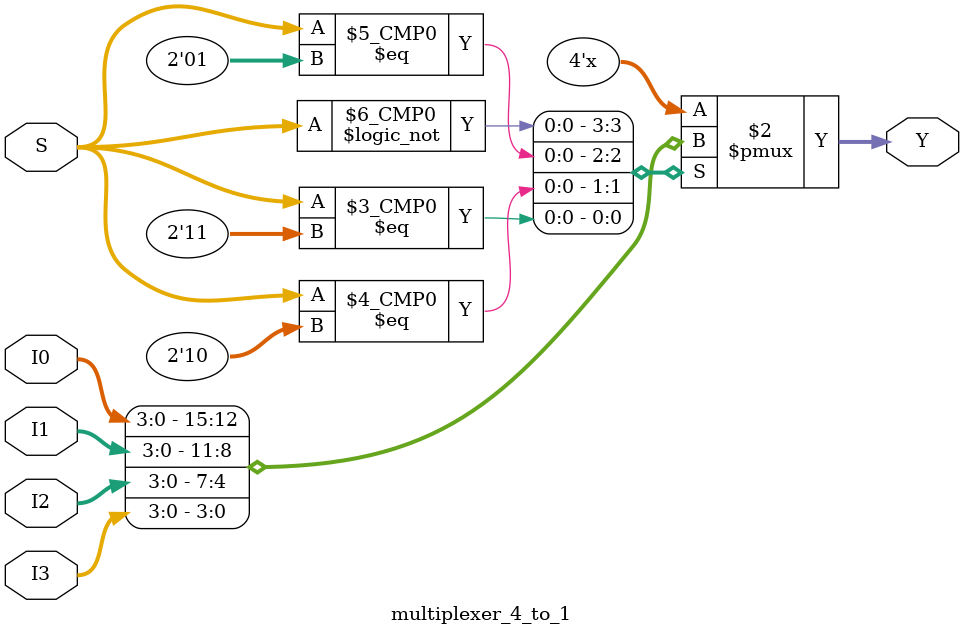
<source format=v>
module multiplexer_4_to_1(Y, I0, I1, I2, I3, S);

input [3:0] I0, I1, I2, I3;
input [1: 0] S;
output reg [3:0] Y;

always @(I0 or I1 or I2 or I3 or S) begin
    case (S)
        2'b00: Y = I0;
        2'b01: Y = I1;
        2'b10: Y = I2;
        2'b11: Y = I3;
    endcase
end

endmodule
</source>
